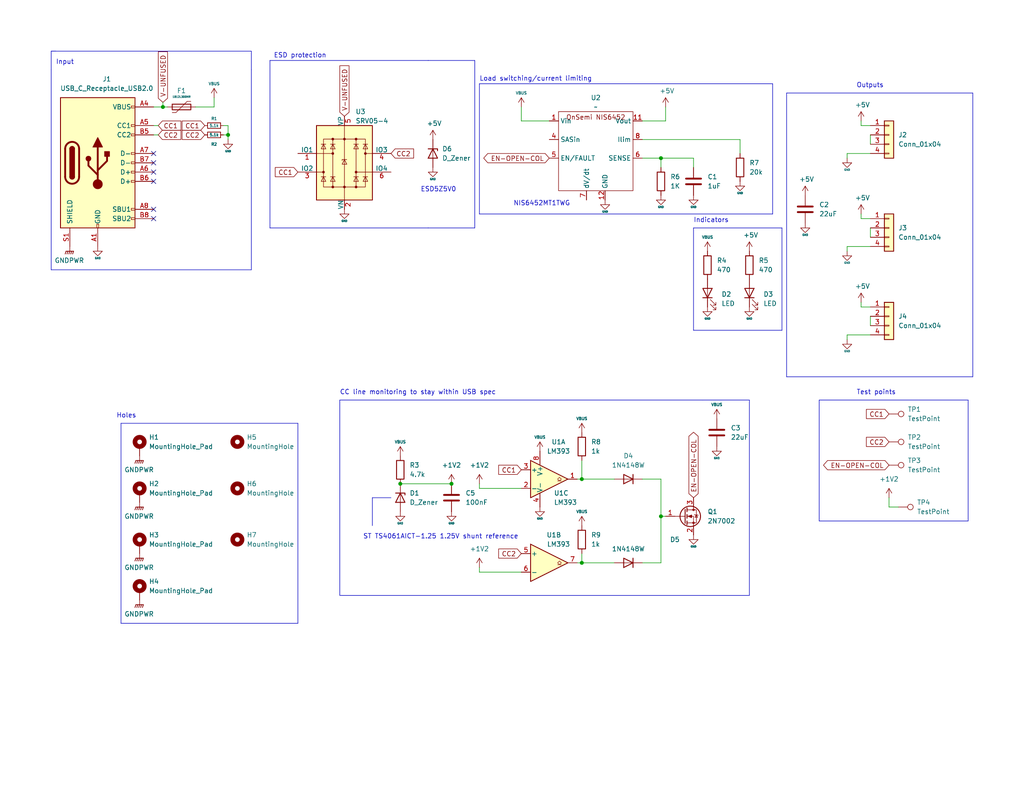
<source format=kicad_sch>
(kicad_sch (version 20231120) (generator "eeschema") (generator_version "8.0")
  (paper "A")
  (lib_symbols
    (symbol "Comparator:LM393" (pin_names (offset 0.127))
      (property "Reference" "U" (at 3.81 3.81 0))
      (property "Value" "LM393" (at 6.35 -3.81 0))
      (symbol "LM393_1_1"
        (polyline (pts (xy -5.08 5.08) (xy 5.08 0) (xy -5.08 -5.08) (xy -5.08 5.08)) (stroke (width 0.254)) (fill (type background)))
        (polyline (pts (xy 3.302 -0.508) (xy 2.794 -0.508) (xy 3.302 0) (xy 2.794 0.508) (xy 2.286 0) (xy 2.794 -0.508) (xy 2.286 -0.508)) (stroke (width 0.127)))
        (pin open_collector line (at 7.62 0 180) (length 2.54) (name "~") (number "1"))
        (pin input line (at -7.62 -2.54 0) (length 2.54) (name "-") (number "2"))
        (pin input line (at -7.62 2.54 0) (length 2.54) (name "+") (number "3"))
      )
      (symbol "LM393_2_1"
        (polyline (pts (xy -5.08 5.08) (xy 5.08 0) (xy -5.08 -5.08) (xy -5.08 5.08)) (stroke (width 0.254)) (fill (type background)))
        (polyline (pts (xy 3.302 -0.508) (xy 2.794 -0.508) (xy 3.302 0) (xy 2.794 0.508) (xy 2.286 0) (xy 2.794 -0.508) (xy 2.286 -0.508)) (stroke (width 0.127)))
        (pin input line (at -7.62 2.54 0) (length 2.54) (name "+") (number "5"))
        (pin input line (at -7.62 -2.54 0) (length 2.54) (name "-") (number "6"))
        (pin open_collector line (at 7.62 0 180) (length 2.54) (name "~") (number "7"))
      )
      (symbol "LM393_3_1"
        (pin power_in line (at -2.54 -7.62 90) (length 3.81) (name "V-") (number "4"))
        (pin power_in line (at -2.54 7.62 270) (length 3.81) (name "V+") (number "8"))
      )
    )
    (symbol "Connector:TestPoint" (pin_numbers hide) (pin_names (offset 0.762) hide)
      (property "Reference" "TP" (at 0 6.858 0))
      (property "Value" "TestPoint" (at 0 5.08 0))
      (symbol "TestPoint_0_1"
        (circle (center 0 3.302) (radius 0.762))
      )
      (symbol "TestPoint_1_1"
        (pin passive line (at 0 0 90) (length 2.54) (name "1") (number "1"))
      )
    )
    (symbol "Connector:USB_C_Receptacle_USB2.0" (pin_names (offset 1.016))
      (property "Reference" "J" (at -10.16 19.05 0))
      (property "Value" "USB_C_Receptacle_USB2.0" (at 19.05 19.05 0))
      (symbol "USB_C_Receptacle_USB2.0_0_0"
        (rectangle (start -0.254 -17.78) (end 0.254 -16.764))
        (rectangle (start 10.16 -14.986) (end 9.144 -15.494))
        (rectangle (start 10.16 -12.446) (end 9.144 -12.954))
        (rectangle (start 10.16 -4.826) (end 9.144 -5.334))
        (rectangle (start 10.16 -2.286) (end 9.144 -2.794))
        (rectangle (start 10.16 0.254) (end 9.144 -0.254))
        (rectangle (start 10.16 2.794) (end 9.144 2.286))
        (rectangle (start 10.16 7.874) (end 9.144 7.366))
        (rectangle (start 10.16 10.414) (end 9.144 9.906))
        (rectangle (start 10.16 15.494) (end 9.144 14.986))
      )
      (symbol "USB_C_Receptacle_USB2.0_0_1"
        (rectangle (start -10.16 17.78) (end 10.16 -17.78) (stroke (width 0.254)) (fill (type background)))
        (arc (start -8.89 -3.81) (mid -6.985 -5.7067) (end -5.08 -3.81) (stroke (width 0.508)))
        (arc (start -7.62 -3.81) (mid -6.985 -4.4423) (end -6.35 -3.81) (stroke (width 0.254)))
        (arc (start -7.62 -3.81) (mid -6.985 -4.4423) (end -6.35 -3.81) (stroke (width 0.254)) (fill (type outline)))
        (rectangle (start -7.62 -3.81) (end -6.35 3.81) (stroke (width 0.254)) (fill (type outline)))
        (arc (start -6.35 3.81) (mid -6.985 4.4423) (end -7.62 3.81) (stroke (width 0.254)))
        (arc (start -6.35 3.81) (mid -6.985 4.4423) (end -7.62 3.81) (stroke (width 0.254)) (fill (type outline)))
        (arc (start -5.08 3.81) (mid -6.985 5.7067) (end -8.89 3.81) (stroke (width 0.508)))
        (circle (center -2.54 1.143) (radius 0.635) (stroke (width 0.254)) (fill (type outline)))
        (circle (center 0 -5.842) (radius 1.27) (fill (type outline)))
        (polyline (pts (xy -8.89 -3.81) (xy -8.89 3.81)) (stroke (width 0.508)))
        (polyline (pts (xy -5.08 3.81) (xy -5.08 -3.81)) (stroke (width 0.508)))
        (polyline (pts (xy 0 -5.842) (xy 0 4.318)) (stroke (width 0.508)))
        (polyline (pts (xy 0 -3.302) (xy -2.54 -0.762) (xy -2.54 0.508)) (stroke (width 0.508)))
        (polyline (pts (xy 0 -2.032) (xy 2.54 0.508) (xy 2.54 1.778)) (stroke (width 0.508)))
        (polyline (pts (xy -1.27 4.318) (xy 0 6.858) (xy 1.27 4.318) (xy -1.27 4.318)) (stroke (width 0.254)) (fill (type outline)))
        (rectangle (start 1.905 1.778) (end 3.175 3.048) (stroke (width 0.254)) (fill (type outline)))
      )
      (symbol "USB_C_Receptacle_USB2.0_1_1"
        (pin passive line (at 0 -22.86 90) (length 5.08) (name "GND") (number "A1"))
        (pin passive line (at 0 -22.86 90) (length 5.08) hide (name "GND") (number "A12"))
        (pin passive line (at 15.24 15.24 180) (length 5.08) (name "VBUS") (number "A4"))
        (pin bidirectional line (at 15.24 10.16 180) (length 5.08) (name "CC1") (number "A5"))
        (pin bidirectional line (at 15.24 -2.54 180) (length 5.08) (name "D+") (number "A6"))
        (pin bidirectional line (at 15.24 2.54 180) (length 5.08) (name "D-") (number "A7"))
        (pin bidirectional line (at 15.24 -12.7 180) (length 5.08) (name "SBU1") (number "A8"))
        (pin passive line (at 15.24 15.24 180) (length 5.08) hide (name "VBUS") (number "A9"))
        (pin passive line (at 0 -22.86 90) (length 5.08) hide (name "GND") (number "B1"))
        (pin passive line (at 0 -22.86 90) (length 5.08) hide (name "GND") (number "B12"))
        (pin passive line (at 15.24 15.24 180) (length 5.08) hide (name "VBUS") (number "B4"))
        (pin bidirectional line (at 15.24 7.62 180) (length 5.08) (name "CC2") (number "B5"))
        (pin bidirectional line (at 15.24 -5.08 180) (length 5.08) (name "D+") (number "B6"))
        (pin bidirectional line (at 15.24 0 180) (length 5.08) (name "D-") (number "B7"))
        (pin bidirectional line (at 15.24 -15.24 180) (length 5.08) (name "SBU2") (number "B8"))
        (pin passive line (at 15.24 15.24 180) (length 5.08) hide (name "VBUS") (number "B9"))
        (pin passive line (at -7.62 -22.86 90) (length 5.08) (name "SHIELD") (number "S1"))
      )
    )
    (symbol "Connector_Generic:Conn_01x04" (pin_names (offset 1.016) hide)
      (property "Reference" "J" (at 0 5.08 0))
      (property "Value" "Conn_01x04" (at 0 -7.62 0))
      (symbol "Conn_01x04_1_1"
        (rectangle (start -1.27 -4.953) (end 0 -5.207) (stroke (width 0.1524)))
        (rectangle (start -1.27 -2.413) (end 0 -2.667) (stroke (width 0.1524)))
        (rectangle (start -1.27 0.127) (end 0 -0.127) (stroke (width 0.1524)))
        (rectangle (start -1.27 2.667) (end 0 2.413) (stroke (width 0.1524)))
        (rectangle (start -1.27 3.81) (end 1.27 -6.35) (stroke (width 0.254)) (fill (type background)))
        (pin passive line (at -5.08 2.54 0) (length 3.81) (name "Pin_1") (number "1"))
        (pin passive line (at -5.08 0 0) (length 3.81) (name "Pin_2") (number "2"))
        (pin passive line (at -5.08 -2.54 0) (length 3.81) (name "Pin_3") (number "3"))
        (pin passive line (at -5.08 -5.08 0) (length 3.81) (name "Pin_4") (number "4"))
      )
    )
    (symbol "Device:C" (pin_numbers hide) (pin_names (offset 0.254))
      (property "Reference" "C" (at 0.635 2.54 0))
      (property "Value" "C" (at 0.635 -2.54 0))
      (symbol "C_0_1"
        (polyline (pts (xy -2.032 -0.762) (xy 2.032 -0.762)) (stroke (width 0.508)))
        (polyline (pts (xy -2.032 0.762) (xy 2.032 0.762)) (stroke (width 0.508)))
      )
      (symbol "C_1_1"
        (pin passive line (at 0 3.81 270) (length 2.794) (name "~") (number "1"))
        (pin passive line (at 0 -3.81 90) (length 2.794) (name "~") (number "2"))
      )
    )
    (symbol "Device:D_Zener" (pin_numbers hide) (pin_names (offset 1.016) hide)
      (property "Reference" "D" (at 0 2.54 0))
      (property "Value" "D_Zener" (at 0 -2.54 0))
      (symbol "D_Zener_0_1"
        (polyline (pts (xy 1.27 0) (xy -1.27 0)))
        (polyline (pts (xy -1.27 -1.27) (xy -1.27 1.27) (xy -0.762 1.27)) (stroke (width 0.254)))
        (polyline (pts (xy 1.27 -1.27) (xy 1.27 1.27) (xy -1.27 0) (xy 1.27 -1.27)) (stroke (width 0.254)))
      )
      (symbol "D_Zener_1_1"
        (pin passive line (at -3.81 0 0) (length 2.54) (name "K") (number "1"))
        (pin passive line (at 3.81 0 180) (length 2.54) (name "A") (number "2"))
      )
    )
    (symbol "Device:LED" (pin_numbers hide) (pin_names (offset 1.016) hide)
      (property "Reference" "D" (at 0 2.54 0))
      (property "Value" "LED" (at 0 -2.54 0))
      (symbol "LED_0_1"
        (polyline (pts (xy -1.27 -1.27) (xy -1.27 1.27)) (stroke (width 0.254)))
        (polyline (pts (xy -1.27 0) (xy 1.27 0)))
        (polyline (pts (xy 1.27 -1.27) (xy 1.27 1.27) (xy -1.27 0) (xy 1.27 -1.27)) (stroke (width 0.254)))
        (polyline (pts (xy -3.048 -0.762) (xy -4.572 -2.286) (xy -3.81 -2.286) (xy -4.572 -2.286) (xy -4.572 -1.524)))
        (polyline (pts (xy -1.778 -0.762) (xy -3.302 -2.286) (xy -2.54 -2.286) (xy -3.302 -2.286) (xy -3.302 -1.524)))
      )
      (symbol "LED_1_1"
        (pin passive line (at -3.81 0 0) (length 2.54) (name "K") (number "1"))
        (pin passive line (at 3.81 0 180) (length 2.54) (name "A") (number "2"))
      )
    )
    (symbol "Device:Polyfuse" (pin_numbers hide) (pin_names (offset 0))
      (property "Reference" "F" (at -2.54 0 90))
      (property "Value" "Polyfuse" (at 2.54 0 90))
      (symbol "Polyfuse_0_1"
        (rectangle (start -0.762 2.54) (end 0.762 -2.54) (stroke (width 0.254)))
        (polyline (pts (xy 0 2.54) (xy 0 -2.54)))
        (polyline (pts (xy -1.524 2.54) (xy -1.524 1.524) (xy 1.524 -1.524) (xy 1.524 -2.54)))
      )
      (symbol "Polyfuse_1_1"
        (pin passive line (at 0 3.81 270) (length 1.27) (name "~") (number "1"))
        (pin passive line (at 0 -3.81 90) (length 1.27) (name "~") (number "2"))
      )
    )
    (symbol "Device:R" (pin_numbers hide) (pin_names (offset 0))
      (property "Reference" "R" (at 2.032 0 90))
      (property "Value" "R" (at 0 0 90))
      (symbol "R_0_1"
        (rectangle (start -1.016 -2.54) (end 1.016 2.54) (stroke (width 0.254)))
      )
      (symbol "R_1_1"
        (pin passive line (at 0 3.81 270) (length 1.27) (name "~") (number "1"))
        (pin passive line (at 0 -3.81 90) (length 1.27) (name "~") (number "2"))
      )
    )
    (symbol "Device:R_Small" (pin_numbers hide) (pin_names (offset 0.254) hide)
      (property "Reference" "R" (at 0.762 0.508 0))
      (property "Value" "R_Small" (at 0.762 -1.016 0))
      (symbol "R_Small_0_1"
        (rectangle (start -0.762 1.778) (end 0.762 -1.778) (stroke (width 0.2032)))
      )
      (symbol "R_Small_1_1"
        (pin passive line (at 0 2.54 270) (length 0.762) (name "~") (number "1"))
        (pin passive line (at 0 -2.54 90) (length 0.762) (name "~") (number "2"))
      )
    )
    (symbol "Diode:1N4148W" (pin_numbers hide) (pin_names hide)
      (property "Reference" "D" (at 0 2.54 0))
      (property "Value" "1N4148W" (at 0 -2.54 0))
      (symbol "1N4148W_0_1"
        (polyline (pts (xy -1.27 1.27) (xy -1.27 -1.27)) (stroke (width 0.254)))
        (polyline (pts (xy 1.27 0) (xy -1.27 0)))
        (polyline (pts (xy 1.27 1.27) (xy 1.27 -1.27) (xy -1.27 0) (xy 1.27 1.27)) (stroke (width 0.254)))
      )
      (symbol "1N4148W_1_1"
        (pin passive line (at -3.81 0 0) (length 2.54) (name "K") (number "1"))
        (pin passive line (at 3.81 0 180) (length 2.54) (name "A") (number "2"))
      )
    )
    (symbol "Mechanical:MountingHole" (pin_names (offset 1.016))
      (property "Reference" "H" (at 0 5.08 0))
      (property "Value" "MountingHole" (at 0 3.175 0))
      (symbol "MountingHole_0_1"
        (circle (center 0 0) (radius 1.27) (stroke (width 1.27)))
      )
    )
    (symbol "Mechanical:MountingHole_Pad" (pin_numbers hide) (pin_names (offset 1.016) hide)
      (property "Reference" "H" (at 0 6.35 0))
      (property "Value" "MountingHole_Pad" (at 0 4.445 0))
      (symbol "MountingHole_Pad_0_1"
        (circle (center 0 1.27) (radius 1.27) (stroke (width 1.27)))
      )
      (symbol "MountingHole_Pad_1_1"
        (pin input line (at 0 -2.54 90) (length 2.54) (name "1") (number "1"))
      )
    )
    (symbol "Power_Protection:SRV05-4" (pin_names (offset 0))
      (property "Reference" "U" (at -5.08 11.43 0))
      (property "Value" "SRV05-4" (at 2.54 11.43 0))
      (symbol "SRV05-4_0_0"
        (rectangle (start -5.715 6.477) (end 5.715 -6.604))
        (polyline (pts (xy -3.175 -6.604) (xy -3.175 6.477)))
        (polyline (pts (xy 3.175 6.477) (xy 3.175 -6.604)))
      )
      (symbol "SRV05-4_0_1"
        (rectangle (start -7.62 10.16) (end 7.62 -10.16) (stroke (width 0.254)) (fill (type background)))
        (circle (center -5.715 -2.54) (radius 0.2794) (fill (type outline)))
        (circle (center -3.175 -6.604) (radius 0.2794) (fill (type outline)))
        (circle (center -3.175 2.54) (radius 0.2794) (fill (type outline)))
        (circle (center -3.175 6.477) (radius 0.2794) (fill (type outline)))
        (circle (center 0 -6.604) (radius 0.2794) (fill (type outline)))
        (polyline (pts (xy -7.747 2.54) (xy -3.175 2.54)))
        (polyline (pts (xy -7.62 -2.54) (xy -5.715 -2.54)))
        (polyline (pts (xy -5.08 -3.81) (xy -6.35 -3.81)))
        (polyline (pts (xy -5.08 5.08) (xy -6.35 5.08)))
        (polyline (pts (xy -2.54 -3.81) (xy -3.81 -3.81)))
        (polyline (pts (xy -2.54 5.08) (xy -3.81 5.08)))
        (polyline (pts (xy 0 10.16) (xy 0 -10.16)))
        (polyline (pts (xy 3.81 -3.81) (xy 2.54 -3.81)))
        (polyline (pts (xy 3.81 5.08) (xy 2.54 5.08)))
        (polyline (pts (xy 6.35 -3.81) (xy 5.08 -3.81)))
        (polyline (pts (xy 6.35 5.08) (xy 5.08 5.08)))
        (polyline (pts (xy 7.62 -2.54) (xy 3.175 -2.54)))
        (polyline (pts (xy 7.62 2.54) (xy 5.715 2.54)))
        (polyline (pts (xy 0.635 0.889) (xy -0.635 0.889) (xy -0.635 0.635)))
        (polyline (pts (xy -5.08 -5.08) (xy -6.35 -5.08) (xy -5.715 -3.81) (xy -5.08 -5.08)))
        (polyline (pts (xy -5.08 3.81) (xy -6.35 3.81) (xy -5.715 5.08) (xy -5.08 3.81)))
        (polyline (pts (xy -2.54 -5.08) (xy -3.81 -5.08) (xy -3.175 -3.81) (xy -2.54 -5.08)))
        (polyline (pts (xy -2.54 3.81) (xy -3.81 3.81) (xy -3.175 5.08) (xy -2.54 3.81)))
        (polyline (pts (xy 0.635 -0.381) (xy -0.635 -0.381) (xy 0 0.889) (xy 0.635 -0.381)))
        (polyline (pts (xy 3.81 -5.08) (xy 2.54 -5.08) (xy 3.175 -3.81) (xy 3.81 -5.08)))
        (polyline (pts (xy 3.81 3.81) (xy 2.54 3.81) (xy 3.175 5.08) (xy 3.81 3.81)))
        (polyline (pts (xy 6.35 -5.08) (xy 5.08 -5.08) (xy 5.715 -3.81) (xy 6.35 -5.08)))
        (polyline (pts (xy 6.35 3.81) (xy 5.08 3.81) (xy 5.715 5.08) (xy 6.35 3.81)))
        (circle (center 0 6.477) (radius 0.2794) (fill (type outline)))
        (circle (center 3.175 -6.604) (radius 0.2794) (fill (type outline)))
        (circle (center 3.175 -2.54) (radius 0.2794) (fill (type outline)))
        (circle (center 3.175 6.477) (radius 0.2794) (fill (type outline)))
        (circle (center 5.715 2.54) (radius 0.2794) (fill (type outline)))
      )
      (symbol "SRV05-4_1_1"
        (pin passive line (at -12.7 2.54 0) (length 5.08) (name "IO1") (number "1"))
        (pin passive line (at 0 -12.7 90) (length 2.54) (name "VN") (number "2"))
        (pin passive line (at -12.7 -2.54 0) (length 5.08) (name "IO2") (number "3"))
        (pin passive line (at 12.7 2.54 180) (length 5.08) (name "IO3") (number "4"))
        (pin passive line (at 0 12.7 270) (length 2.54) (name "VP") (number "5"))
        (pin passive line (at 12.7 -2.54 180) (length 5.08) (name "IO4") (number "6"))
      )
    )
    (symbol "Transistor_FET:2N7002" (pin_names hide)
      (property "Reference" "Q" (at 5.08 1.905 0))
      (property "Value" "2N7002" (at 5.08 0 0))
      (symbol "2N7002_0_1"
        (polyline (pts (xy 0.254 0) (xy -2.54 0)))
        (polyline (pts (xy 0.254 1.905) (xy 0.254 -1.905)) (stroke (width 0.254)))
        (polyline (pts (xy 0.762 -1.27) (xy 0.762 -2.286)) (stroke (width 0.254)))
        (polyline (pts (xy 0.762 0.508) (xy 0.762 -0.508)) (stroke (width 0.254)))
        (polyline (pts (xy 0.762 2.286) (xy 0.762 1.27)) (stroke (width 0.254)))
        (polyline (pts (xy 2.54 2.54) (xy 2.54 1.778)))
        (polyline (pts (xy 2.54 -2.54) (xy 2.54 0) (xy 0.762 0)))
        (polyline (pts (xy 0.762 -1.778) (xy 3.302 -1.778) (xy 3.302 1.778) (xy 0.762 1.778)))
        (polyline (pts (xy 1.016 0) (xy 2.032 0.381) (xy 2.032 -0.381) (xy 1.016 0)) (fill (type outline)))
        (polyline (pts (xy 2.794 0.508) (xy 2.921 0.381) (xy 3.683 0.381) (xy 3.81 0.254)))
        (polyline (pts (xy 3.302 0.381) (xy 2.921 -0.254) (xy 3.683 -0.254) (xy 3.302 0.381)))
        (circle (center 1.651 0) (radius 2.794) (stroke (width 0.254)))
        (circle (center 2.54 -1.778) (radius 0.254) (fill (type outline)))
        (circle (center 2.54 1.778) (radius 0.254) (fill (type outline)))
      )
      (symbol "2N7002_1_1"
        (pin input line (at -5.08 0 0) (length 2.54) (name "G") (number "1"))
        (pin passive line (at 2.54 -5.08 90) (length 2.54) (name "S") (number "2"))
        (pin passive line (at 2.54 5.08 270) (length 2.54) (name "D") (number "3"))
      )
    )
    (symbol "USB-C-3-way-splitter-library:OnSemi-NIS6452"
      (property "Reference" "U" (at -3.81 10.668 0))
      (symbol "OnSemi-NIS6452_0_1"
        (rectangle (start -10.16 8.89) (end 10.16 -12.7))
      )
      (symbol "OnSemi-NIS6452_1_1"
        (text "OnSemi NIS6452" (at 0 7.366 0) (effects (font (size 1.27 1.27))))
        (pin input line (at -12.7 6.35 0) (length 2.54) (name "Vin") (number "1"))
        (pin output line (at 12.7 6.35 180) (length 2.54) hide (name "Vout") (number "10"))
        (pin output line (at 12.7 6.35 180) (length 2.54) (name "Vout") (number "11"))
        (pin power_in line (at 2.54 -15.24 90) (length 2.54) (name "GND") (number "12"))
        (pin power_in line (at 2.54 -15.24 90) (length 2.54) hide (name "GND") (number "13"))
        (pin input line (at -12.7 6.35 0) (length 2.54) hide (name "Vin") (number "2"))
        (pin input line (at -12.7 6.35 0) (length 2.54) hide (name "Vin") (number "3"))
        (pin input line (at -12.7 1.27 0) (length 2.54) (name "SASin") (number "4"))
        (pin input line (at -12.7 -3.81 0) (length 2.54) (name "EN/FAULT") (number "5"))
        (pin input line (at 12.7 -3.81 180) (length 2.54) (name "SENSE") (number "6"))
        (pin input line (at -2.54 -15.24 90) (length 2.54) (name "dV/dt") (number "7"))
        (pin input line (at 12.7 1.27 180) (length 2.54) (name "Ilim") (number "8"))
        (pin output line (at 12.7 6.35 180) (length 2.54) hide (name "Vout") (number "9"))
      )
    )
    (symbol "power:+1V2" (power) (pin_names (offset 0))
      (property "Value" "+1V2" (at 0 3.556 0))
      (symbol "+1V2_0_1"
        (polyline (pts (xy -0.762 1.27) (xy 0 2.54)))
        (polyline (pts (xy 0 0) (xy 0 2.54)))
        (polyline (pts (xy 0 2.54) (xy 0.762 1.27)))
      )
      (symbol "+1V2_1_1"
        (pin power_in line (at 0 0 90) (length 0) hide (name "+1V2") (number "1"))
      )
    )
    (symbol "power:+5V" (power) (pin_names (offset 0))
      (property "Value" "+5V" (at 0 3.556 0))
      (symbol "+5V_0_1"
        (polyline (pts (xy -0.762 1.27) (xy 0 2.54)))
        (polyline (pts (xy 0 0) (xy 0 2.54)))
        (polyline (pts (xy 0 2.54) (xy 0.762 1.27)))
      )
      (symbol "+5V_1_1"
        (pin power_in line (at 0 0 90) (length 0) hide (name "+5V") (number "1"))
      )
    )
    (symbol "power:GND" (power) (pin_names (offset 0))
      (property "Value" "GND" (at 0 -3.81 0))
      (symbol "GND_0_1"
        (polyline (pts (xy 0 0) (xy 0 -1.27) (xy 1.27 -1.27) (xy 0 -2.54) (xy -1.27 -1.27) (xy 0 -1.27)))
      )
      (symbol "GND_1_1"
        (pin power_in line (at 0 0 270) (length 0) hide (name "GND") (number "1"))
      )
    )
    (symbol "power:GNDPWR" (power) (pin_names (offset 0))
      (property "Value" "GNDPWR" (at 0 -3.302 0))
      (symbol "GNDPWR_0_1"
        (polyline (pts (xy 0 -1.27) (xy 0 0)))
        (polyline (pts (xy -1.016 -1.27) (xy -1.27 -2.032) (xy -1.27 -2.032)) (stroke (width 0.2032)))
        (polyline (pts (xy -0.508 -1.27) (xy -0.762 -2.032) (xy -0.762 -2.032)) (stroke (width 0.2032)))
        (polyline (pts (xy 0 -1.27) (xy -0.254 -2.032) (xy -0.254 -2.032)) (stroke (width 0.2032)))
        (polyline (pts (xy 0.508 -1.27) (xy 0.254 -2.032) (xy 0.254 -2.032)) (stroke (width 0.2032)))
        (polyline (pts (xy 1.016 -1.27) (xy -1.016 -1.27) (xy -1.016 -1.27)) (stroke (width 0.2032)))
        (polyline (pts (xy 1.016 -1.27) (xy 0.762 -2.032) (xy 0.762 -2.032) (xy 0.762 -2.032)) (stroke (width 0.2032)))
      )
      (symbol "GNDPWR_1_1"
        (pin power_in line (at 0 0 270) (length 0) hide (name "GNDPWR") (number "1"))
      )
    )
    (symbol "power:VBUS" (power) (pin_names (offset 0))
      (property "Value" "VBUS" (at 0 3.81 0))
      (symbol "VBUS_0_1"
        (polyline (pts (xy -0.762 1.27) (xy 0 2.54)))
        (polyline (pts (xy 0 0) (xy 0 2.54)))
        (polyline (pts (xy 0 2.54) (xy 0.762 1.27)))
      )
      (symbol "VBUS_1_1"
        (pin power_in line (at 0 0 90) (length 0) hide (name "VBUS") (number "1"))
      )
    )
  )
  (junction (at 158.75 130.81))
  (junction (at 62.23 36.83))
  (junction (at 123.19 132.08))
  (junction (at 180.34 140.97))
  (junction (at 109.22 132.08))
  (junction (at 158.75 153.67))
  (junction (at 180.34 43.18))
  (junction (at 44.45 29.21))
  (no_connect (at 41.91 44.45))
  (no_connect (at 41.91 41.91))
  (no_connect (at 41.91 49.53))
  (no_connect (at 41.91 46.99))
  (no_connect (at 41.91 59.69))
  (no_connect (at 41.91 57.15))
  (wire (pts (xy 237.49 36.83) (xy 237.49 39.37)))
  (polyline (pts (xy 214.63 25.4) (xy 214.63 102.87)))
  (polyline (pts (xy 33.02 115.57) (xy 81.28 115.57)))
  (polyline (pts (xy 214.63 25.4) (xy 265.43 25.4)))
  (polyline (pts (xy 204.47 109.22) (xy 204.47 162.56)))
  (polyline (pts (xy 92.71 109.22) (xy 191.77 109.22)))
  (polyline (pts (xy 101.6 135.89) (xy 106.68 135.89)))
  (polyline (pts (xy 213.36 62.23) (xy 213.36 90.17)))
  (wire (pts (xy 142.24 133.35) (xy 130.81 133.35)))
  (polyline (pts (xy 130.81 22.86) (xy 130.81 58.42)))
  (polyline (pts (xy 68.58 13.97) (xy 68.58 19.05)))
  (polyline (pts (xy 116.84 16.51) (xy 129.54 16.51)))
  (polyline (pts (xy 210.82 58.42) (xy 130.81 58.42)))
  (wire (pts (xy 158.75 130.81) (xy 167.64 130.81)))
  (polyline (pts (xy 73.66 16.51) (xy 73.66 62.23)))
  (polyline (pts (xy 33.02 170.18) (xy 81.28 170.18)))
  (polyline (pts (xy 13.97 13.97) (xy 68.58 13.97)))
  (polyline (pts (xy 191.77 109.22) (xy 204.47 109.22)))
  (wire (pts (xy 60.96 34.29) (xy 62.23 34.29)))
  (wire (pts (xy 231.14 91.44) (xy 231.14 92.71)))
  (wire (pts (xy 242.57 138.43) (xy 245.11 138.43)))
  (wire (pts (xy 130.81 133.35) (xy 130.81 132.08)))
  (polyline (pts (xy 210.82 22.86) (xy 210.82 58.42)))
  (polyline (pts (xy 13.97 13.97) (xy 15.24 13.97)))
  (wire (pts (xy 109.22 132.08) (xy 123.19 132.08)))
  (polyline (pts (xy 73.66 16.51) (xy 116.84 16.51)))
  (wire (pts (xy 41.91 34.29) (xy 43.18 34.29)))
  (polyline (pts (xy 223.52 109.22) (xy 264.16 109.22)))
  (wire (pts (xy 181.61 33.02) (xy 181.61 29.21)))
  (polyline (pts (xy 191.77 162.56) (xy 204.47 162.56)))
  (polyline (pts (xy 265.43 25.4) (xy 265.43 102.87)))
  (wire (pts (xy 231.14 91.44) (xy 237.49 91.44)))
  (polyline (pts (xy 101.6 143.51) (xy 101.6 135.89)))
  (polyline (pts (xy 13.97 19.05) (xy 13.97 73.66)))
  (wire (pts (xy 158.75 153.67) (xy 167.64 153.67)))
  (polyline (pts (xy 129.54 62.23) (xy 116.84 62.23)))
  (polyline (pts (xy 68.58 73.66) (xy 13.97 73.66)))
  (wire (pts (xy 231.14 41.91) (xy 231.14 43.18)))
  (wire (pts (xy 157.48 153.67) (xy 158.75 153.67)))
  (wire (pts (xy 142.24 156.21) (xy 130.81 156.21)))
  (polyline (pts (xy 92.71 109.22) (xy 92.71 162.56)))
  (wire (pts (xy 175.26 43.18) (xy 180.34 43.18)))
  (wire (pts (xy 175.26 33.02) (xy 181.61 33.02)))
  (wire (pts (xy 237.49 86.36) (xy 237.49 88.9)))
  (wire (pts (xy 231.14 67.31) (xy 231.14 68.58)))
  (polyline (pts (xy 189.23 62.23) (xy 189.23 90.17)))
  (wire (pts (xy 180.34 130.81) (xy 180.34 140.97)))
  (wire (pts (xy 130.81 156.21) (xy 130.81 154.94)))
  (wire (pts (xy 237.49 59.69) (xy 234.95 59.69)))
  (wire (pts (xy 237.49 83.82) (xy 234.95 83.82)))
  (wire (pts (xy 41.91 29.21) (xy 44.45 29.21)))
  (wire (pts (xy 175.26 38.1) (xy 201.93 38.1)))
  (wire (pts (xy 234.95 83.82) (xy 234.95 82.55)))
  (wire (pts (xy 62.23 34.29) (xy 62.23 36.83)))
  (polyline (pts (xy 189.23 62.23) (xy 213.36 62.23)))
  (wire (pts (xy 180.34 140.97) (xy 180.34 153.67)))
  (wire (pts (xy 58.42 26.67) (xy 58.42 29.21)))
  (wire (pts (xy 60.96 36.83) (xy 62.23 36.83)))
  (wire (pts (xy 201.93 38.1) (xy 201.93 41.91)))
  (wire (pts (xy 234.95 59.69) (xy 234.95 58.42)))
  (wire (pts (xy 189.23 45.72) (xy 189.23 43.18)))
  (polyline (pts (xy 191.77 162.56) (xy 92.71 162.56)))
  (polyline (pts (xy 73.66 62.23) (xy 116.84 62.23)))
  (wire (pts (xy 142.24 33.02) (xy 142.24 29.21)))
  (wire (pts (xy 44.45 27.94) (xy 44.45 29.21)))
  (wire (pts (xy 44.45 29.21) (xy 45.72 29.21)))
  (wire (pts (xy 231.14 67.31) (xy 237.49 67.31)))
  (wire (pts (xy 158.75 151.13) (xy 158.75 153.67)))
  (polyline (pts (xy 223.52 109.22) (xy 223.52 142.24)))
  (wire (pts (xy 149.86 33.02) (xy 142.24 33.02)))
  (wire (pts (xy 157.48 130.81) (xy 158.75 130.81)))
  (wire (pts (xy 158.75 125.73) (xy 158.75 130.81)))
  (wire (pts (xy 41.91 36.83) (xy 43.18 36.83)))
  (wire (pts (xy 180.34 140.97) (xy 181.61 140.97)))
  (polyline (pts (xy 13.97 19.05) (xy 13.97 13.97)))
  (wire (pts (xy 180.34 43.18) (xy 180.34 45.72)))
  (polyline (pts (xy 129.54 16.51) (xy 129.54 62.23)))
  (polyline (pts (xy 264.16 142.24) (xy 223.52 142.24)))
  (polyline (pts (xy 265.43 102.87) (xy 214.63 102.87)))
  (wire (pts (xy 242.57 135.89) (xy 242.57 138.43)))
  (polyline (pts (xy 68.58 19.05) (xy 68.58 73.66)))
  (wire (pts (xy 234.95 34.29) (xy 234.95 33.02)))
  (polyline (pts (xy 81.28 170.18) (xy 81.28 115.57)))
  (polyline (pts (xy 33.02 115.57) (xy 33.02 170.18)))
  (wire (pts (xy 237.49 34.29) (xy 234.95 34.29)))
  (wire (pts (xy 231.14 41.91) (xy 237.49 41.91)))
  (wire (pts (xy 58.42 29.21) (xy 53.34 29.21)))
  (wire (pts (xy 175.26 130.81) (xy 180.34 130.81)))
  (wire (pts (xy 237.49 62.23) (xy 237.49 64.77)))
  (wire (pts (xy 189.23 43.18) (xy 180.34 43.18)))
  (polyline (pts (xy 130.81 22.86) (xy 210.82 22.86)))
  (wire (pts (xy 62.23 36.83) (xy 62.23 38.1)))
  (wire (pts (xy 175.26 153.67) (xy 180.34 153.67)))
  (polyline (pts (xy 264.16 109.22) (xy 264.16 142.24)))
  (polyline (pts (xy 213.36 90.17) (xy 189.23 90.17)))
  (text "ESD protection" (at 74.676 16.002 0) (effects (font (size 1.27 1.27)) (justify left bottom)))
  (text "ST TS4061AICT-1.25 1.25V shunt reference" (at 99.06 147.32 0) (effects (font (size 1.27 1.27)) (justify left bottom)))
  (text "Input" (at 15.24 17.78 0) (effects (font (size 1.27 1.27)) (justify left bottom)))
  (text "NIS6452MT1TWG" (at 147.828 55.626 0) (effects (font (size 1.27 1.27))))
  (text "CC line monitoring to stay within USB spec" (at 92.71 107.95 0) (effects (font (size 1.27 1.27)) (justify left bottom)))
  (text "Indicators" (at 189.23 60.96 0) (effects (font (size 1.27 1.27)) (justify left bottom)))
  (text "ESD5Z5V0" (at 119.634 51.816 0) (effects (font (size 1.27 1.27))))
  (text "Outputs" (at 233.68 24.13 0) (effects (font (size 1.27 1.27)) (justify left bottom)))
  (text "Load switching/current limiting" (at 130.81 22.352 0) (effects (font (size 1.27 1.27)) (justify left bottom)))
  (text "Test points" (at 233.68 107.95 0) (effects (font (size 1.27 1.27)) (justify left bottom)))
  (text "Holes" (at 31.75 114.3 0) (effects (font (size 1.27 1.27)) (justify left bottom)))
  (global_label "V-UNFUSED" (shape input) (at 44.45 27.94 90) (property "Intersheetrefs" "${INTERSHEET_REFS}" (effects (hide yes))))
  (global_label "EN-OPEN-COL" (shape bidirectional) (at 149.86 43.18 180) (property "Intersheetrefs" "${INTERSHEET_REFS}" (effects (hide yes))))
  (global_label "EN-OPEN-COL" (shape bidirectional) (at 189.23 135.89 90) (property "Intersheetrefs" "${INTERSHEET_REFS}" (effects (hide yes))))
  (global_label "CC1" (shape input) (at 81.28 46.99 180) (property "Intersheetrefs" "${INTERSHEET_REFS}" (effects (hide yes))))
  (global_label "CC2" (shape input) (at 43.18 36.83 0) (property "Intersheetrefs" "${INTERSHEET_REFS}" (effects (hide yes))))
  (global_label "CC1" (shape input) (at 43.18 34.29 0) (property "Intersheetrefs" "${INTERSHEET_REFS}" (effects (hide yes))))
  (global_label "CC2" (shape input) (at 142.24 151.13 180) (property "Intersheetrefs" "${INTERSHEET_REFS}" (effects (hide yes))))
  (global_label "CC1" (shape input) (at 242.57 113.03 180) (property "Intersheetrefs" "${INTERSHEET_REFS}" (effects (hide yes))))
  (global_label "CC2" (shape input) (at 55.88 36.83 180) (property "Intersheetrefs" "${INTERSHEET_REFS}" (effects (hide yes))))
  (global_label "EN-OPEN-COL" (shape bidirectional) (at 242.57 127 180) (property "Intersheetrefs" "${INTERSHEET_REFS}" (effects (hide yes))))
  (global_label "CC2" (shape input) (at 106.68 41.91 0) (property "Intersheetrefs" "${INTERSHEET_REFS}" (effects (hide yes))))
  (global_label "CC2" (shape input) (at 242.57 120.65 180) (property "Intersheetrefs" "${INTERSHEET_REFS}" (effects (hide yes))))
  (global_label "CC1" (shape input) (at 142.24 128.27 180) (property "Intersheetrefs" "${INTERSHEET_REFS}" (effects (hide yes))))
  (global_label "CC1" (shape input) (at 55.88 34.29 180) (property "Intersheetrefs" "${INTERSHEET_REFS}" (effects (hide yes))))
  (global_label "V-UNFUSED" (shape input) (at 93.98 31.75 90) (property "Intersheetrefs" "${INTERSHEET_REFS}" (effects (hide yes))))
  (symbol (lib_id "Connector:TestPoint") (at 245.11 138.43 270) (unit 1)
    (property "Reference" "TP4" (at 250.19 137.16 90) (effects (justify left)))
    (property "Value" "TestPoint" (at 250.19 139.7 90) (effects (justify left)))
    (property "Footprint" "TestPoint:TestPoint_Pad_D2.5mm" (effects (hide yes)))
  )
  (symbol (lib_id "Mechanical:MountingHole_Pad") (at 38.1 161.29 0) (unit 1)
    (property "Reference" "H4" (at 40.64 158.75 0) (effects (justify left)))
    (property "Value" "MountingHole_Pad" (at 40.64 161.29 0) (effects (justify left)))
    (property "Footprint" "MountingHole:MountingHole_3.2mm_M3_ISO7380_Pad" (effects (hide yes)))
  )
  (symbol (lib_id "power:+5V") (at 234.95 33.02 0) (unit 1)
    (property "Reference" "#PWR08" (effects (hide yes)))
    (property "Value" "+5V" (at 235.331 28.6258 0))
  )
  (symbol (lib_id "power:GNDPWR") (at 38.1 163.83 0) (unit 1)
    (property "Reference" "#PWR032" (effects (hide yes)))
    (property "Value" "GNDPWR" (at 37.973 167.64 0))
  )
  (symbol (lib_id "power:+5V") (at 219.71 53.34 0) (unit 1)
    (property "Reference" "#PWR041" (effects (hide yes)))
    (property "Value" "+5V" (at 220.091 48.9458 0))
  )
  (symbol (lib_id "power:GND") (at 93.98 57.15 0) (unit 1)
    (property "Reference" "#PWR06" (effects (hide yes)))
    (property "Value" "GND" (at 93.98 60.325 0) (effects (font (size 0.508 0.508))))
  )
  (symbol (lib_id "Comparator:LM393") (at 149.86 130.81 0) (unit 3)
    (property "Reference" "U1" (at 151.13 134.62 0) (effects (justify left)))
    (property "Value" "LM393" (at 151.13 137.16 0) (effects (justify left)))
    (property "Footprint" "Package_SO:SOIC-8_3.9x4.9mm_P1.27mm" (effects (hide yes)))
    (property "Datasheet" "http://www.ti.com/lit/ds/symlink/lm393.pdf" (effects (hide yes)))
  )
  (symbol (lib_id "power:GND") (at 62.23 38.1 0) (unit 1)
    (property "Reference" "#PWR060" (effects (hide yes)))
    (property "Value" "GND" (at 62.23 41.275 0) (effects (font (size 0.508 0.508))))
  )
  (symbol (lib_id "Diode:1N4148W") (at 171.45 153.67 180) (unit 1)
    (property "Reference" "D5" (at 184.15 147.32 0))
    (property "Value" "1N4148W" (at 171.45 149.86 0))
    (property "Footprint" "Diode_SMD:D_SOD-123" (effects (hide yes)))
    (property "Datasheet" "https://www.vishay.com/docs/85748/1n4148w.pdf" (effects (hide yes)))
    (property "Description" "75V 0.15A Fast Switching Diode, SOD-123" (effects (hide yes)))
    (property "Sim.Device" "D" (effects (hide yes)))
    (property "Sim.Pins" "1=K 2=A" (effects (hide yes)))
  )
  (symbol (lib_id "power:VBUS") (at 142.24 29.21 0) (unit 1)
    (property "Reference" "#PWR05" (effects (hide yes)))
    (property "Value" "VBUS" (at 142.24 25.4 0) (effects (font (size 0.762 0.762))))
  )
  (symbol (lib_id "power:+1V2") (at 130.81 132.08 0) (unit 1)
    (property "Reference" "#PWR023" (effects (hide yes)))
    (property "Value" "+1V2" (at 130.81 127 0))
  )
  (symbol (lib_id "Power_Protection:SRV05-4") (at 93.98 44.45 0) (unit 1)
    (property "Reference" "U3" (at 96.9965 30.48 0) (effects (justify left)))
    (property "Value" "SRV05-4" (at 96.9965 33.02 0) (effects (justify left)))
    (property "Footprint" "Package_TO_SOT_SMD:SOT-23-6" (effects (hide yes)))
    (property "Datasheet" "http://www.onsemi.com/pub/Collateral/SRV05-4-D.PDF" (effects (hide yes)))
    (property "Description" "ESD Protection Diodes with Low Clamping Voltage, SOT-23-6" (effects (hide yes)))
  )
  (symbol (lib_id "Device:R") (at 158.75 147.32 0) (unit 1)
    (property "Reference" "R9" (at 161.29 146.0499 0) (effects (justify left)))
    (property "Value" "1k" (at 161.29 148.5899 0) (effects (justify left)))
    (property "Footprint" "Resistor_SMD:R_0805_2012Metric_Pad1.20x1.40mm_HandSolder" (effects (hide yes)))
  )
  (symbol (lib_id "power:GND") (at 26.67 67.31 0) (unit 1)
    (property "Reference" "#PWR034" (effects (hide yes)))
    (property "Value" "GND" (at 26.67 70.485 0) (effects (font (size 0.508 0.508))))
  )
  (symbol (lib_id "Device:R") (at 158.75 121.92 0) (unit 1)
    (property "Reference" "R8" (at 161.29 120.6499 0) (effects (justify left)))
    (property "Value" "1k" (at 161.29 123.1899 0) (effects (justify left)))
    (property "Footprint" "Resistor_SMD:R_0805_2012Metric_Pad1.20x1.40mm_HandSolder" (effects (hide yes)))
  )
  (symbol (lib_id "power:+5V") (at 234.95 82.55 0) (unit 1)
    (property "Reference" "#PWR027" (effects (hide yes)))
    (property "Value" "+5V" (at 235.331 78.1558 0))
  )
  (symbol (lib_id "Device:C") (at 189.23 49.53 0) (unit 1)
    (property "Reference" "C1" (at 193.04 48.26 0) (effects (justify left)))
    (property "Value" "1uF" (at 193.04 50.8 0) (effects (justify left)))
    (property "Footprint" "Capacitor_SMD:C_0805_2012Metric_Pad1.18x1.45mm_HandSolder" (effects (hide yes)))
  )
  (symbol (lib_id "power:VBUS") (at 158.75 118.11 0) (unit 1)
    (property "Reference" "#PWR037" (effects (hide yes)))
    (property "Value" "VBUS" (at 158.75 114.3 0) (effects (font (size 0.762 0.762))))
  )
  (symbol (lib_id "power:+1V2") (at 242.57 135.89 0) (unit 1)
    (property "Reference" "#PWR040" (effects (hide yes)))
    (property "Value" "+1V2" (at 242.57 130.81 0))
  )
  (symbol (lib_id "power:VBUS") (at 195.58 114.3 0) (unit 1)
    (property "Reference" "#PWR033" (effects (hide yes)))
    (property "Value" "VBUS" (at 195.58 110.49 0) (effects (font (size 0.762 0.762))))
  )
  (symbol (lib_id "power:GND") (at 193.04 83.82 0) (unit 1)
    (property "Reference" "#PWR016" (effects (hide yes)))
    (property "Value" "GND" (at 193.04 86.995 0) (effects (font (size 0.508 0.508))))
  )
  (symbol (lib_id "power:+1V2") (at 130.81 154.94 0) (unit 1)
    (property "Reference" "#PWR024" (effects (hide yes)))
    (property "Value" "+1V2" (at 130.81 149.86 0))
  )
  (symbol (lib_id "power:GND") (at 147.32 138.43 0) (unit 1)
    (property "Reference" "#PWR021" (effects (hide yes)))
    (property "Value" "GND" (at 147.32 141.605 0) (effects (font (size 0.508 0.508))))
  )
  (symbol (lib_id "Transistor_FET:2N7002") (at 186.69 140.97 0) (unit 1)
    (property "Reference" "Q1" (at 193.04 139.6999 0) (effects (justify left)))
    (property "Value" "2N7002" (at 193.04 142.2399 0) (effects (justify left)))
    (property "Footprint" "Package_TO_SOT_SMD:SOT-23" (effects (hide yes)))
    (property "Datasheet" "https://www.onsemi.com/pub/Collateral/NDS7002A-D.PDF" (effects (hide yes)))
    (property "Description" "0.115A Id, 60V Vds, N-Channel MOSFET, SOT-23" (effects (hide yes)))
  )
  (symbol (lib_id "Mechanical:MountingHole") (at 64.77 147.32 0) (unit 1)
    (property "Reference" "H7" (at 67.31 146.05 0) (effects (justify left)))
    (property "Value" "MountingHole" (at 67.31 148.59 0) (effects (justify left)))
    (property "Footprint" "USB-C-3-way-splitter-footprints:JLCPCB-tooling-hole" (effects (hide yes)))
  )
  (symbol (lib_id "Device:R") (at 193.04 72.39 0) (unit 1)
    (property "Reference" "R4" (at 195.58 71.1199 0) (effects (justify left)))
    (property "Value" "470" (at 195.58 73.6599 0) (effects (justify left)))
    (property "Footprint" "Resistor_SMD:R_0805_2012Metric_Pad1.20x1.40mm_HandSolder" (effects (hide yes)))
  )
  (symbol (lib_id "Connector:USB_C_Receptacle_USB2.0") (at 26.67 44.45 0) (unit 1)
    (property "Reference" "J1" (at 29.1465 21.59 0))
    (property "Value" "USB_C_Receptacle_USB2.0" (at 29.1465 24.13 0))
    (property "Footprint" "Connector_USB:USB_C_Receptacle_HRO_TYPE-C-31-M-12" (effects (hide yes)))
    (property "Datasheet" "https://www.usb.org/sites/default/files/documents/usb_type-c.zip" (effects (hide yes)))
    (property "LCSC" "C165948" (effects (hide yes)))
  )
  (symbol (lib_id "power:GND") (at 231.14 92.71 0) (unit 1)
    (property "Reference" "#PWR013" (effects (hide yes)))
    (property "Value" "GND" (at 231.14 95.885 0) (effects (font (size 0.508 0.508))))
  )
  (symbol (lib_id "Connector_Generic:Conn_01x04") (at 242.57 36.83 0) (unit 1)
    (property "Reference" "J2" (at 245.11 36.8299 0) (effects (justify left)))
    (property "Value" "Conn_01x04" (at 245.11 39.3699 0) (effects (justify left)))
    (property "Footprint" "Connector_PinHeader_2.00mm:PinHeader_1x04_P2.00mm_Vertical" (effects (hide yes)))
    (property "Description" "Generic connector, single row, 01x04, script generated (kicad-library-utils/schlib/autogen/connector/)" (effects (hide yes)))
  )
  (symbol (lib_id "power:GND") (at 165.1 54.61 0) (unit 1)
    (property "Reference" "#PWR01" (effects (hide yes)))
    (property "Value" "GND" (at 165.1 57.785 0) (effects (font (size 0.508 0.508))))
  )
  (symbol (lib_id "Device:D_Zener") (at 109.22 135.89 270) (unit 1)
    (property "Reference" "D1" (at 111.76 134.62 90) (effects (justify left)))
    (property "Value" "D_Zener" (at 111.76 137.16 90) (effects (justify left)))
    (property "Footprint" "Package_TO_SOT_SMD:SOT-323_SC-70_Handsoldering" (effects (hide yes)))
  )
  (symbol (lib_id "power:GNDPWR") (at 38.1 137.16 0) (unit 1)
    (property "Reference" "#PWR030" (effects (hide yes)))
    (property "Value" "GNDPWR" (at 37.973 140.97 0))
  )
  (symbol (lib_id "Connector:TestPoint") (at 242.57 127 270) (unit 1)
    (property "Reference" "TP3" (at 247.65 125.73 90) (effects (justify left)))
    (property "Value" "TestPoint" (at 247.65 128.27 90) (effects (justify left)))
    (property "Footprint" "TestPoint:TestPoint_Pad_D2.5mm" (effects (hide yes)))
  )
  (symbol (lib_id "power:GND") (at 195.58 121.92 0) (unit 1)
    (property "Reference" "#PWR035" (effects (hide yes)))
    (property "Value" "GND" (at 195.58 125.095 0) (effects (font (size 0.508 0.508))))
  )
  (symbol (lib_id "Device:Polyfuse") (at 49.53 29.21 90) (unit 1)
    (property "Reference" "F1" (at 49.53 24.765 90))
    (property "Value" "1812L300MR" (at 49.53 26.4414 90) (effects (font (size 0.508 0.508))))
    (property "Footprint" "Fuse:Fuse_1812_4532Metric_Pad1.30x3.40mm_HandSolder" (effects (hide yes)))
    (property "Manufacturer" "Shenzhen JDT Fuse" (effects (hide yes)))
    (property "Manufacturer Part No" "ASMD1206-150" (effects (hide yes)))
    (property "LCSC Part No" "C135342" (effects (hide yes)))
    (property "Package" "F1206" (effects (hide yes)))
  )
  (symbol (lib_id "Connector:TestPoint") (at 242.57 120.65 270) (unit 1)
    (property "Reference" "TP2" (at 247.65 119.38 90) (effects (justify left)))
    (property "Value" "TestPoint" (at 247.65 121.92 90) (effects (justify left)))
    (property "Footprint" "TestPoint:TestPoint_Pad_D2.5mm" (effects (hide yes)))
  )
  (symbol (lib_id "power:GND") (at 189.23 53.34 0) (unit 1)
    (property "Reference" "#PWR025" (effects (hide yes)))
    (property "Value" "GND" (at 189.23 56.515 0) (effects (font (size 0.508 0.508))))
  )
  (symbol (lib_id "power:GNDPWR") (at 38.1 151.13 0) (unit 1)
    (property "Reference" "#PWR031" (effects (hide yes)))
    (property "Value" "GNDPWR" (at 37.973 154.94 0))
  )
  (symbol (lib_id "power:VBUS") (at 58.42 26.67 0) (unit 1)
    (property "Reference" "#PWR045" (effects (hide yes)))
    (property "Value" "VBUS" (at 58.42 22.86 0) (effects (font (size 0.762 0.762))))
  )
  (symbol (lib_id "power:GND") (at 189.23 146.05 0) (unit 1)
    (property "Reference" "#PWR038" (effects (hide yes)))
    (property "Value" "GND" (at 189.23 149.225 0) (effects (font (size 0.508 0.508))))
  )
  (symbol (lib_id "Diode:1N4148W") (at 171.45 130.81 180) (unit 1)
    (property "Reference" "D4" (at 171.45 124.46 0))
    (property "Value" "1N4148W" (at 171.45 127 0))
    (property "Footprint" "Diode_SMD:D_SOD-123" (effects (hide yes)))
    (property "Datasheet" "https://www.vishay.com/docs/85748/1n4148w.pdf" (effects (hide yes)))
    (property "Description" "75V 0.15A Fast Switching Diode, SOD-123" (effects (hide yes)))
    (property "Sim.Device" "D" (effects (hide yes)))
    (property "Sim.Pins" "1=K 2=A" (effects (hide yes)))
  )
  (symbol (lib_id "power:GND") (at 118.11 45.72 0) (unit 1)
    (property "Reference" "#PWR02" (effects (hide yes)))
    (property "Value" "GND" (at 118.11 48.895 0) (effects (font (size 0.508 0.508))))
  )
  (symbol (lib_id "Device:D_Zener") (at 118.11 41.91 270) (unit 1)
    (property "Reference" "D6" (at 120.65 40.6399 90) (effects (justify left)))
    (property "Value" "D_Zener" (at 120.65 43.1799 90) (effects (justify left)))
    (property "Footprint" "Diode_SMD:D_SOD-523" (effects (hide yes)))
    (property "Description" "Zener diode" (effects (hide yes)))
  )
  (symbol (lib_id "power:GNDPWR") (at 38.1 124.46 0) (unit 1)
    (property "Reference" "#PWR029" (effects (hide yes)))
    (property "Value" "GNDPWR" (at 37.973 128.27 0))
  )
  (symbol (lib_id "Comparator:LM393") (at 149.86 130.81 0) (unit 1)
    (property "Reference" "U1" (at 152.4 120.65 0))
    (property "Value" "LM393" (at 152.4 123.19 0))
    (property "Footprint" "Package_SO:SOIC-8_3.9x4.9mm_P1.27mm" (effects (hide yes)))
    (property "Datasheet" "http://www.ti.com/lit/ds/symlink/lm393.pdf" (effects (hide yes)))
  )
  (symbol (lib_id "power:VBUS") (at 147.32 123.19 0) (unit 1)
    (property "Reference" "#PWR022" (effects (hide yes)))
    (property "Value" "VBUS" (at 147.32 119.38 0) (effects (font (size 0.762 0.762))))
  )
  (symbol (lib_id "Device:R") (at 180.34 49.53 0) (unit 1)
    (property "Reference" "R6" (at 182.88 48.2599 0) (effects (justify left)))
    (property "Value" "1K" (at 182.88 50.7999 0) (effects (justify left)))
    (property "Footprint" "Resistor_SMD:R_0805_2012Metric_Pad1.20x1.40mm_HandSolder" (effects (hide yes)))
  )
  (symbol (lib_id "power:GND") (at 231.14 43.18 0) (unit 1)
    (property "Reference" "#PWR09" (effects (hide yes)))
    (property "Value" "GND" (at 231.14 46.355 0) (effects (font (size 0.508 0.508))))
  )
  (symbol (lib_id "power:GND") (at 219.71 60.96 0) (unit 1)
    (property "Reference" "#PWR039" (effects (hide yes)))
    (property "Value" "GND" (at 219.71 64.135 0) (effects (font (size 0.508 0.508))))
  )
  (symbol (lib_id "Device:R") (at 201.93 45.72 0) (unit 1)
    (property "Reference" "R7" (at 204.47 44.4499 0) (effects (justify left)))
    (property "Value" "20k" (at 204.47 46.9899 0) (effects (justify left)))
    (property "Footprint" "Resistor_SMD:R_0805_2012Metric_Pad1.20x1.40mm_HandSolder" (effects (hide yes)))
  )
  (symbol (lib_id "power:+5V") (at 118.11 38.1 0) (unit 1)
    (property "Reference" "#PWR012" (effects (hide yes)))
    (property "Value" "+5V" (at 118.491 33.7058 0))
  )
  (symbol (lib_id "power:GND") (at 204.47 83.82 0) (unit 1)
    (property "Reference" "#PWR017" (effects (hide yes)))
    (property "Value" "GND" (at 204.47 86.995 0) (effects (font (size 0.508 0.508))))
  )
  (symbol (lib_id "Mechanical:MountingHole") (at 64.77 120.65 0) (unit 1)
    (property "Reference" "H5" (at 67.31 119.38 0) (effects (justify left)))
    (property "Value" "MountingHole" (at 67.31 121.92 0) (effects (justify left)))
    (property "Footprint" "USB-C-3-way-splitter-footprints:JLCPCB-tooling-hole" (effects (hide yes)))
  )
  (symbol (lib_id "Device:C") (at 123.19 135.89 0) (unit 1)
    (property "Reference" "C5" (at 127 134.62 0) (effects (justify left)))
    (property "Value" "100nF" (at 127 137.16 0) (effects (justify left)))
    (property "Footprint" "Capacitor_SMD:C_0805_2012Metric_Pad1.18x1.45mm_HandSolder" (effects (hide yes)))
  )
  (symbol (lib_id "USB-C-3-way-splitter-library:OnSemi-NIS6452") (at 162.56 39.37 0) (unit 1)
    (property "Reference" "U2" (at 162.56 26.67 0))
    (property "Value" "~" (at 162.56 29.21 0))
    (property "Footprint" "USB-C-3-way-splitter-footprints:OnSemi-WQFN12-3x2mm_P0.5mm" (effects (hide yes)))
  )
  (symbol (lib_id "Device:C") (at 195.58 118.11 0) (unit 1)
    (property "Reference" "C3" (at 199.39 116.84 0) (effects (justify left)))
    (property "Value" "22uF" (at 199.39 119.38 0) (effects (justify left)))
    (property "Footprint" "Capacitor_SMD:C_1206_3216Metric_Pad1.33x1.80mm_HandSolder" (effects (hide yes)))
  )
  (symbol (lib_id "Comparator:LM393") (at 149.86 153.67 0) (unit 2)
    (property "Reference" "U1" (at 151.13 146.05 0))
    (property "Value" "LM393" (at 152.4 148.59 0))
    (property "Footprint" "Package_SO:SOIC-8_3.9x4.9mm_P1.27mm" (effects (hide yes)))
    (property "Datasheet" "http://www.ti.com/lit/ds/symlink/lm393.pdf" (effects (hide yes)))
  )
  (symbol (lib_id "Mechanical:MountingHole") (at 64.77 133.35 0) (unit 1)
    (property "Reference" "H6" (at 67.31 132.08 0) (effects (justify left)))
    (property "Value" "MountingHole" (at 67.31 134.62 0) (effects (justify left)))
    (property "Footprint" "USB-C-3-way-splitter-footprints:JLCPCB-tooling-hole" (effects (hide yes)))
  )
  (symbol (lib_id "power:GND") (at 180.34 53.34 0) (unit 1)
    (property "Reference" "#PWR07" (effects (hide yes)))
    (property "Value" "GND" (at 180.34 56.515 0) (effects (font (size 0.508 0.508))))
  )
  (symbol (lib_id "Device:LED") (at 204.47 80.01 90) (unit 1)
    (property "Reference" "D3" (at 208.28 80.3275 90) (effects (justify right)))
    (property "Value" "LED" (at 208.28 82.8675 90) (effects (justify right)))
    (property "Footprint" "LED_SMD:LED_0805_2012Metric_Pad1.15x1.40mm_HandSolder" (effects (hide yes)))
  )
  (symbol (lib_id "Device:R") (at 109.22 128.27 0) (unit 1)
    (property "Reference" "R3" (at 111.76 127 0) (effects (justify left)))
    (property "Value" "4.7k" (at 111.76 129.54 0) (effects (justify left)))
    (property "Footprint" "Resistor_SMD:R_0805_2012Metric_Pad1.20x1.40mm_HandSolder" (effects (hide yes)))
  )
  (symbol (lib_id "power:+5V") (at 204.47 68.58 0) (unit 1)
    (property "Reference" "#PWR019" (effects (hide yes)))
    (property "Value" "+5V" (at 204.851 64.1858 0))
  )
  (symbol (lib_id "power:GND") (at 123.19 139.7 0) (unit 1)
    (property "Reference" "#PWR036" (effects (hide yes)))
    (property "Value" "GND" (at 123.19 142.875 0) (effects (font (size 0.508 0.508))))
  )
  (symbol (lib_id "Mechanical:MountingHole_Pad") (at 38.1 121.92 0) (unit 1)
    (property "Reference" "H1" (at 40.64 119.38 0) (effects (justify left)))
    (property "Value" "MountingHole_Pad" (at 40.64 121.92 0) (effects (justify left)))
    (property "Footprint" "MountingHole:MountingHole_3.2mm_M3_ISO7380_Pad" (effects (hide yes)))
  )
  (symbol (lib_id "Device:R") (at 204.47 72.39 0) (unit 1)
    (property "Reference" "R5" (at 207.01 71.1199 0) (effects (justify left)))
    (property "Value" "470" (at 207.01 73.6599 0) (effects (justify left)))
    (property "Footprint" "Resistor_SMD:R_0805_2012Metric_Pad1.20x1.40mm_HandSolder" (effects (hide yes)))
  )
  (symbol (lib_id "power:GND") (at 231.14 68.58 0) (unit 1)
    (property "Reference" "#PWR010" (effects (hide yes)))
    (property "Value" "GND" (at 231.14 71.755 0) (effects (font (size 0.508 0.508))))
  )
  (symbol (lib_id "Device:R_Small") (at 58.42 34.29 90) (unit 1)
    (property "Reference" "R1" (at 58.42 32.385 90) (effects (font (size 0.762 0.762))))
    (property "Value" "5.1k" (at 58.42 34.29 90) (effects (font (size 0.762 0.762))))
    (property "Footprint" "Resistor_SMD:R_0805_2012Metric_Pad1.20x1.40mm_HandSolder" (effects (hide yes)))
    (property "Package" "R0603" (effects (hide yes)))
  )
  (symbol (lib_id "power:GND") (at 201.93 49.53 0) (unit 1)
    (property "Reference" "#PWR026" (effects (hide yes)))
    (property "Value" "GND" (at 201.93 52.705 0) (effects (font (size 0.508 0.508))))
  )
  (symbol (lib_id "power:VBUS") (at 109.22 124.46 0) (unit 1)
    (property "Reference" "#PWR020" (effects (hide yes)))
    (property "Value" "VBUS" (at 109.22 120.65 0) (effects (font (size 0.762 0.762))))
  )
  (symbol (lib_id "Mechanical:MountingHole_Pad") (at 38.1 134.62 0) (unit 1)
    (property "Reference" "H2" (at 40.64 132.08 0) (effects (justify left)))
    (property "Value" "MountingHole_Pad" (at 40.64 134.62 0) (effects (justify left)))
    (property "Footprint" "MountingHole:MountingHole_3.2mm_M3_ISO7380_Pad" (effects (hide yes)))
  )
  (symbol (lib_id "power:GNDPWR") (at 19.05 67.31 0) (unit 1)
    (property "Reference" "#PWR04" (effects (hide yes)))
    (property "Value" "GNDPWR" (at 18.923 71.12 0))
  )
  (symbol (lib_id "Device:LED") (at 193.04 80.01 90) (unit 1)
    (property "Reference" "D2" (at 196.85 80.3275 90) (effects (justify right)))
    (property "Value" "LED" (at 196.85 82.8675 90) (effects (justify right)))
    (property "Footprint" "LED_SMD:LED_0805_2012Metric_Pad1.15x1.40mm_HandSolder" (effects (hide yes)))
  )
  (symbol (lib_id "Connector_Generic:Conn_01x04") (at 242.57 62.23 0) (unit 1)
    (property "Reference" "J3" (at 245.11 62.2299 0) (effects (justify left)))
    (property "Value" "Conn_01x04" (at 245.11 64.7699 0) (effects (justify left)))
    (property "Footprint" "Connector_PinHeader_2.00mm:PinHeader_1x04_P2.00mm_Vertical" (effects (hide yes)))
    (property "Description" "Generic connector, single row, 01x04, script generated (kicad-library-utils/schlib/autogen/connector/)" (effects (hide yes)))
  )
  (symbol (lib_id "Connector:TestPoint") (at 242.57 113.03 270) (unit 1)
    (property "Reference" "TP1" (at 247.65 111.76 90) (effects (justify left)))
    (property "Value" "TestPoint" (at 247.65 114.3 90) (effects (justify left)))
    (property "Footprint" "TestPoint:TestPoint_Pad_D2.5mm" (effects (hide yes)))
  )
  (symbol (lib_id "power:+5V") (at 234.95 58.42 0) (unit 1)
    (property "Reference" "#PWR011" (effects (hide yes)))
    (property "Value" "+5V" (at 235.331 54.0258 0))
  )
  (symbol (lib_id "Mechanical:MountingHole_Pad") (at 38.1 148.59 0) (unit 1)
    (property "Reference" "H3" (at 40.64 146.05 0) (effects (justify left)))
    (property "Value" "MountingHole_Pad" (at 40.64 148.59 0) (effects (justify left)))
    (property "Footprint" "MountingHole:MountingHole_3.2mm_M3_ISO7380_Pad" (effects (hide yes)))
  )
  (symbol (lib_id "Device:R_Small") (at 58.42 36.83 90) (unit 1)
    (property "Reference" "R2" (at 58.42 39.37 90) (effects (font (size 0.762 0.762))))
    (property "Value" "5.1k" (at 58.42 36.83 90) (effects (font (size 0.762 0.762))))
    (property "Footprint" "Resistor_SMD:R_0805_2012Metric_Pad1.20x1.40mm_HandSolder" (effects (hide yes)))
    (property "Package" "R0603" (effects (hide yes)))
  )
  (symbol (lib_id "power:VBUS") (at 193.04 68.58 0) (unit 1)
    (property "Reference" "#PWR018" (effects (hide yes)))
    (property "Value" "VBUS" (at 193.04 64.77 0) (effects (font (size 0.762 0.762))))
  )
  (symbol (lib_id "power:+1V2") (at 123.19 132.08 0) (unit 1)
    (property "Reference" "#PWR014" (effects (hide yes)))
    (property "Value" "+1V2" (at 123.19 127 0))
  )
  (symbol (lib_id "Connector_Generic:Conn_01x04") (at 242.57 86.36 0) (unit 1)
    (property "Reference" "J4" (at 245.11 86.3599 0) (effects (justify left)))
    (property "Value" "Conn_01x04" (at 245.11 88.8999 0) (effects (justify left)))
    (property "Footprint" "Connector_PinHeader_2.00mm:PinHeader_1x04_P2.00mm_Vertical" (effects (hide yes)))
    (property "Description" "Generic connector, single row, 01x04, script generated (kicad-library-utils/schlib/autogen/connector/)" (effects (hide yes)))
  )
  (symbol (lib_id "power:VBUS") (at 158.75 143.51 0) (unit 1)
    (property "Reference" "#PWR028" (effects (hide yes)))
    (property "Value" "VBUS" (at 158.75 139.7 0) (effects (font (size 0.762 0.762))))
  )
  (symbol (lib_id "power:GND") (at 109.22 139.7 0) (unit 1)
    (property "Reference" "#PWR015" (effects (hide yes)))
    (property "Value" "GND" (at 109.22 142.875 0) (effects (font (size 0.508 0.508))))
  )
  (symbol (lib_id "power:+5V") (at 181.61 29.21 0) (unit 1)
    (property "Reference" "#PWR03" (effects (hide yes)))
    (property "Value" "+5V" (at 181.991 24.8158 0))
  )
  (symbol (lib_id "Device:C") (at 219.71 57.15 0) (unit 1)
    (property "Reference" "C2" (at 223.52 55.8799 0) (effects (justify left)))
    (property "Value" "22uF" (at 223.52 58.4199 0) (effects (justify left)))
    (property "Footprint" "Capacitor_SMD:C_1206_3216Metric_Pad1.33x1.80mm_HandSolder" (effects (hide yes)))
  )
)
</source>
